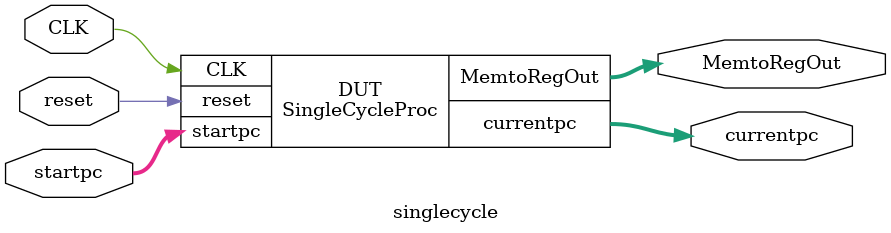
<source format=v>
`timescale 1ns/1ps

module SingleCycleProc(
  input              reset,        // Active High
  input      [63:0]  startpc,
  output reg [63:0]  currentpc,
  output     [63:0]  MemtoRegOut,  // output of the MemtoReg mux
  input              CLK
);

  // Next PC
  wire [63:0] nextpc;

  // Instruction (raw from memory) – use this everywhere to avoid a 1-cycle skew
  wire [31:0] instruction;

  // -------- Instruction fields (ARM64) decoded from the *current* fetch --------
  // Rt/Rd: [4:0], Rn: [9:5], Rm: [20:16], opcode: [31:21]
  wire [4:0]  Rt      = instruction[4:0];
  wire [4:0]  Rn      = instruction[9:5];
  wire [4:0]  Rm      = instruction[20:16];
  wire [10:0] opcode  = instruction[31:21];

  // Control
  wire Reg2Loc, ALUSrc, MemtoReg, RegWrite, MemRead, MemWrite, Branch, Uncondbranch;
  wire [3:0] ALUOp;
  wire [1:0] SignOp;
  wire       IsMovZ;

  // Register file
  wire [63:0] regoutA, regoutB;

  // Sign-extended immediate
  wire [63:0] extimm;

  // ALU
  wire [63:0] aluout;
  wire        zero;

  // Data memory
  wire [63:0] readdata;

  // =======================
  // Program Counter update
  // =======================
  always @(posedge CLK) begin
    if (reset)
      currentpc <= #3 startpc;
    else
      currentpc <= #3 nextpc;
  end

  // -------- Instruction memory (combinational) --------
  InstructionMemory imem (
    .Data   (instruction),
    .Address(currentpc)
  );

  // -------- Control (driven by current instruction) --------
  SC_Control control (
    .Reg2Loc      (Reg2Loc),
    .ALUSrc       (ALUSrc),
    .MemtoReg     (MemtoReg),
    .RegWrite     (RegWrite),
    .MemRead      (MemRead),
    .MemWrite     (MemWrite),
    .Branch       (Branch),
    .Uncondbranch (Uncondbranch),
    .ALUOp        (ALUOp),
    .SignOp       (SignOp),
    .IsMovZ       (IsMovZ),
    .opcode       (opcode)
  );

  // -------- Register File --------
  RegisterFile rf (
    .BusA  (regoutA),
    .BusB  (regoutB),
    .BusW  (MemtoRegOut),     // write-back data
    .RA    (Rn),
    .RB    (Reg2Loc ? Rt : Rm),
    .RW    (Rt),
    .RegWr (RegWrite),
    .Clk   (CLK)
  );

  // -------- Sign Extender (use bits of current instruction) --------
  SignExtender sext (
    .SignExtOut (extimm),
    .Instruction(instruction[25:0]),
    .SignOp     (SignOp),
    .IsMovZ     (IsMovZ)
  );

  // -------- ALU Src mux (RB vs immediate) --------
  wire [63:0] aluB = (ALUSrc) ? extimm : regoutB;

  // -------- ALU --------
  ALU alu (
    .BusW   (aluout),
    .BusA   (regoutA),
    .BusB   (aluB),
    .ALUCtrl(ALUOp),
    .Zero   (zero)
  );

  // -------- Data Memory --------
  DataMemory dmem (
    .ReadData  (readdata),
    .Address   (aluout),
    .WriteData (regoutB),     // STUR writes RB (== Rt when Reg2Loc=1)
    .MemoryRead(MemRead),
    .MemoryWrite(MemWrite),
    .Clock     (CLK)
  );

  // -------- MemtoReg mux (ALU vs Memory) --------
  assign MemtoRegOut = (MemtoReg) ? readdata : aluout;

  // -------- Next PC logic --------
  NextPClogic npc (
    .NextPC       (nextpc),
    .CurrentPC    (currentpc),
    .SignExtImm64 (extimm),
    .Branch       (Branch),
    .ALUZero      (zero),
    .Uncondbranch (Uncondbranch)
  );

`ifndef SYNTHESIS
  // ======== SUPER-TRACE (fires each negedge so values are settled) ========
  always @(negedge CLK) begin
    $display("PC=%04h  instr=%08h  opc[31:21]=%b", currentpc, instruction, opcode);
    $display("  RF idx: Rn=%0d  Rm=%0d  Rt=%0d", Rn, Rm, Rt);
    $display("  RF val: A=%016h  B=%016h  (Reg2Loc=%b -> RB=%s)",
              regoutA, regoutB, Reg2Loc, (Reg2Loc ? "Rt" : "Rm"));
    $display("  ctrl: Reg2Loc=%b MemR=%b MemW=%b Mem2Reg=%b RegWr=%b Br=%b UBr=%b ALUOp=%b SignOp=%b ALUSrc=%b IsMovZ=%b",
              Reg2Loc, MemRead, MemWrite, MemtoReg, RegWrite, Branch, Uncondbranch, ALUOp, SignOp, ALUSrc, IsMovZ);
    $display("  imm=%016h  aluB(sel)=%016h  ALUout=%016h  Zero=%b  NextPC=%04h  Mem[R]=%016h",
              extimm, aluB, aluout, zero, nextpc, readdata);
  end
`endif
endmodule

// -------- Wrapper so the TB's instance name/module match --------
module singlecycle(
  input              reset,
  input      [63:0]  startpc,
  output     [63:0]  currentpc,
  output     [63:0]  MemtoRegOut,
  input              CLK
);
  SingleCycleProc DUT(
    .reset(reset), .startpc(startpc), .currentpc(currentpc),
    .MemtoRegOut(MemtoRegOut), .CLK(CLK)
  );
endmodule

</source>
